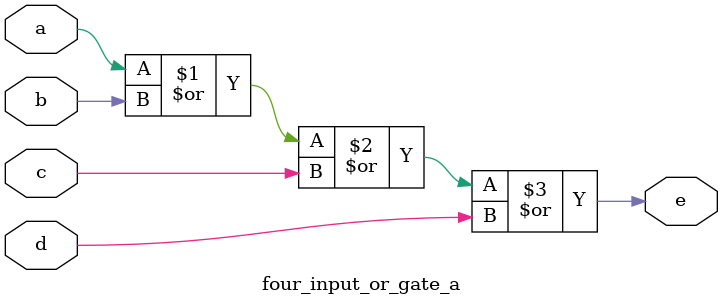
<source format=v>
`timescale 1ns / 1ps


module four_input_or_gate_a(
    input a,b,c,d,
    output e
    );
    assign e = a|b|c|d;
endmodule

</source>
